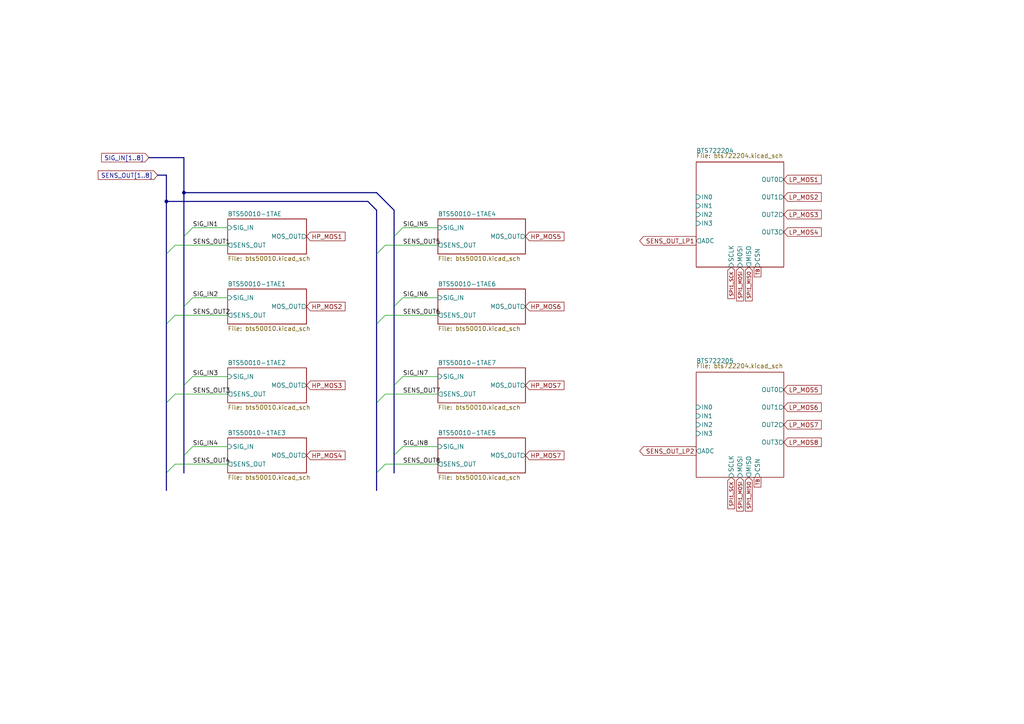
<source format=kicad_sch>
(kicad_sch (version 20211123) (generator eeschema)
  (paper "A4")
  (lib_symbols)
  (junction (at 48.26 58.42))
  (junction (at 53.34 55.88))
  (bus_entry (at 109.22 93.98) (size 2.54 -2.54))
  (bus_entry (at 114.3 88.9) (size 2.54 -2.54))
  (bus_entry (at 114.3 132.08) (size 2.54 -2.54))
  (bus_entry (at 109.22 137.16) (size 2.54 -2.54))
  (bus_entry (at 53.34 88.9) (size 2.54 -2.54))
  (bus_entry (at 109.22 73.66) (size 2.54 -2.54))
  (bus_entry (at 53.34 68.58) (size 2.54 -2.54))
  (bus_entry (at 48.26 73.66) (size 2.54 -2.54))
  (bus_entry (at 48.26 93.98) (size 2.54 -2.54))
  (bus_entry (at 48.26 116.84) (size 2.54 -2.54))
  (bus_entry (at 109.22 116.84) (size 2.54 -2.54))
  (bus_entry (at 114.3 111.76) (size 2.54 -2.54))
  (bus_entry (at 53.34 132.08) (size 2.54 -2.54))
  (bus_entry (at 48.26 137.16) (size 2.54 -2.54))
  (bus_entry (at 53.34 111.76) (size 2.54 -2.54))
  (bus_entry (at 114.3 68.58) (size 2.54 -2.54))
  (bus (pts (xy 106.68 58.42) (xy 109.22 60.96)))
  (wire (pts (xy 50.8 114.3) (xy 66.04 114.3)))
  (bus (pts (xy 114.3 60.96) (xy 114.3 68.58)))
  (wire (pts (xy 50.8 71.12) (xy 66.04 71.12)))
  (wire (pts (xy 55.88 86.36) (xy 66.04 86.36)))
  (bus (pts (xy 109.22 60.96) (xy 109.22 73.66)))
  (bus (pts (xy 48.26 58.42) (xy 106.68 58.42)))
  (bus (pts (xy 114.3 88.9) (xy 114.3 111.76)))
  (wire (pts (xy 116.84 109.22) (xy 127 109.22)))
  (wire (pts (xy 55.88 129.54) (xy 66.04 129.54)))
  (bus (pts (xy 53.34 132.08) (xy 53.34 137.16)))
  (wire (pts (xy 55.88 109.22) (xy 66.04 109.22)))
  (bus (pts (xy 48.26 50.8) (xy 48.26 58.42)))
  (bus (pts (xy 48.26 93.98) (xy 48.26 116.84)))
  (bus (pts (xy 109.22 93.98) (xy 109.22 116.84)))
  (bus (pts (xy 109.22 116.84) (xy 109.22 137.16)))
  (bus (pts (xy 53.34 55.88) (xy 53.34 68.58)))
  (bus (pts (xy 53.34 55.88) (xy 109.22 55.88)))
  (wire (pts (xy 111.76 91.44) (xy 127 91.44)))
  (bus (pts (xy 109.22 137.16) (xy 109.22 142.24)))
  (wire (pts (xy 111.76 114.3) (xy 127 114.3)))
  (wire (pts (xy 116.84 66.04) (xy 127 66.04)))
  (bus (pts (xy 48.26 73.66) (xy 48.26 93.98)))
  (bus (pts (xy 53.34 68.58) (xy 53.34 88.9)))
  (bus (pts (xy 53.34 45.72) (xy 53.34 55.88)))
  (bus (pts (xy 53.34 88.9) (xy 53.34 111.76)))
  (bus (pts (xy 48.26 58.42) (xy 48.26 73.66)))
  (wire (pts (xy 50.8 91.44) (xy 66.04 91.44)))
  (wire (pts (xy 116.84 129.54) (xy 127 129.54)))
  (wire (pts (xy 50.8 134.62) (xy 66.04 134.62)))
  (wire (pts (xy 116.84 86.36) (xy 127 86.36)))
  (bus (pts (xy 48.26 137.16) (xy 48.26 142.24)))
  (bus (pts (xy 109.22 73.66) (xy 109.22 93.98)))
  (wire (pts (xy 111.76 134.62) (xy 127 134.62)))
  (wire (pts (xy 111.76 71.12) (xy 127 71.12)))
  (bus (pts (xy 43.18 45.72) (xy 53.34 45.72)))
  (bus (pts (xy 114.3 68.58) (xy 114.3 88.9)))
  (bus (pts (xy 114.3 111.76) (xy 114.3 132.08)))
  (bus (pts (xy 48.26 116.84) (xy 48.26 137.16)))
  (wire (pts (xy 55.88 66.04) (xy 66.04 66.04)))
  (bus (pts (xy 114.3 132.08) (xy 114.3 137.16)))
  (bus (pts (xy 109.22 55.88) (xy 114.3 60.96)))
  (bus (pts (xy 45.72 50.8) (xy 48.26 50.8)))
  (bus (pts (xy 53.34 111.76) (xy 53.34 132.08)))
  (label "SENS_OUT3" (at 55.88 114.3 0))
  (label "SIG_IN4" (at 55.88 129.54 0))
  (label "SENS_OUT4" (at 55.88 134.62 0))
  (label "SENS_OUT8" (at 116.84 134.62 0))
  (label "SIG_IN7" (at 116.84 109.22 0))
  (label "SIG_IN5" (at 116.84 66.04 0))
  (label "SIG_IN6" (at 116.84 86.36 0))
  (label "SIG_IN2" (at 55.88 86.36 0))
  (label "SENS_OUT1" (at 55.88 71.12 0))
  (label "SENS_OUT6" (at 116.84 91.44 0))
  (label "SENS_OUT7" (at 116.84 114.3 0))
  (label "SIG_IN8" (at 116.84 129.54 0))
  (label "SENS_OUT5" (at 116.84 71.12 0))
  (label "SENS_OUT2" (at 55.88 91.44 0))
  (label "SIG_IN1" (at 55.88 66.04 0))
  (label "SIG_IN3" (at 55.88 109.22 0))
  (global_label "TB" (shape passive) (at 219.71 138.43 270) (effects (font (size 1.016 1.016))) (property "Intersheet References" "${INTERSHEET_REFS}" (effects hide)))
  (global_label "LP_MOS7" (shape input) (at 227.33 123.19 0) (property "Intersheet References" "${INTERSHEET_REFS}" (effects hide)))
  (global_label "HP_MOS7" (shape input) (at 152.4 132.08 0) (property "Intersheet References" "${INTERSHEET_REFS}" (effects hide)))
  (global_label "HP_MOS1" (shape input) (at 88.9 68.58 0) (property "Intersheet References" "${INTERSHEET_REFS}" (effects hide)))
  (global_label "SPI1_SCK" (shape input) (at 212.09 77.47 270) (effects (font (size 1.016 1.016))) (property "Intersheet References" "${INTERSHEET_REFS}" (effects hide)))
  (global_label "LP_MOS1" (shape input) (at 227.33 52.07 0) (property "Intersheet References" "${INTERSHEET_REFS}" (effects hide)))
  (global_label "HP_MOS4" (shape input) (at 88.9 132.08 0) (property "Intersheet References" "${INTERSHEET_REFS}" (effects hide)))
  (global_label "SPI1_SCK" (shape input) (at 212.09 138.43 270) (effects (font (size 1.016 1.016))) (property "Intersheet References" "${INTERSHEET_REFS}" (effects hide)))
  (global_label "SIG_IN[1..8]" (shape input) (at 43.18 45.72 180) (property "Intersheet References" "${INTERSHEET_REFS}" (effects hide)))
  (global_label "LP_MOS3" (shape input) (at 227.33 62.23 0) (property "Intersheet References" "${INTERSHEET_REFS}" (effects hide)))
  (global_label "HP_MOS7" (shape input) (at 152.4 111.76 0) (property "Intersheet References" "${INTERSHEET_REFS}" (effects hide)))
  (global_label "HP_MOS3" (shape input) (at 88.9 111.76 0) (property "Intersheet References" "${INTERSHEET_REFS}" (effects hide)))
  (global_label "SENS_OUT_LP2" (shape output) (at 201.93 130.81 180) (property "Intersheet References" "${INTERSHEET_REFS}" (effects hide)))
  (global_label "LP_MOS8" (shape input) (at 227.33 128.27 0) (property "Intersheet References" "${INTERSHEET_REFS}" (effects hide)))
  (global_label "TB" (shape passive) (at 219.71 77.47 270) (effects (font (size 1.016 1.016))) (property "Intersheet References" "${INTERSHEET_REFS}" (effects hide)))
  (global_label "SENS_OUT_LP1" (shape output) (at 201.93 69.85 180) (property "Intersheet References" "${INTERSHEET_REFS}" (effects hide)))
  (global_label "SPI1_MOSI" (shape input) (at 214.63 77.47 270) (effects (font (size 1.016 1.016))) (property "Intersheet References" "${INTERSHEET_REFS}" (effects hide)))
  (global_label "LP_MOS2" (shape input) (at 227.33 57.15 0) (property "Intersheet References" "${INTERSHEET_REFS}" (effects hide)))
  (global_label "LP_MOS6" (shape input) (at 227.33 118.11 0) (property "Intersheet References" "${INTERSHEET_REFS}" (effects hide)))
  (global_label "LP_MOS5" (shape input) (at 227.33 113.03 0) (property "Intersheet References" "${INTERSHEET_REFS}" (effects hide)))
  (global_label "HP_MOS5" (shape input) (at 152.4 68.58 0) (property "Intersheet References" "${INTERSHEET_REFS}" (effects hide)))
  (global_label "SENS_OUT[1..8]" (shape input) (at 45.72 50.8 180) (property "Intersheet References" "${INTERSHEET_REFS}" (effects hide)))
  (global_label "HP_MOS6" (shape input) (at 152.4 88.9 0) (property "Intersheet References" "${INTERSHEET_REFS}" (effects hide)))
  (global_label "SPI1_MISO" (shape input) (at 217.17 77.47 270) (effects (font (size 1.016 1.016))) (property "Intersheet References" "${INTERSHEET_REFS}" (effects hide)))
  (global_label "HP_MOS2" (shape input) (at 88.9 88.9 0) (property "Intersheet References" "${INTERSHEET_REFS}" (effects hide)))
  (global_label "SPI1_MISO" (shape input) (at 217.17 138.43 270) (effects (font (size 1.016 1.016))) (property "Intersheet References" "${INTERSHEET_REFS}" (effects hide)))
  (global_label "SPI1_MOSI" (shape input) (at 214.63 138.43 270) (effects (font (size 1.016 1.016))) (property "Intersheet References" "${INTERSHEET_REFS}" (effects hide)))
  (global_label "LP_MOS4" (shape input) (at 227.33 67.31 0) (property "Intersheet References" "${INTERSHEET_REFS}" (effects hide)))
  (sheet (at 66.04 106.68) (size 22.86 10.16) (stroke (width 0.1524))
    (property "Sheet name" "BTS50010-1TAE2" (at 66.04 105.9684 0) (effects (justify left bottom)))
    (property "Sheet file" "bts50010.kicad_sch" (at 66.04 117.4246 0) (effects (justify left top)))
    (pin "MOS_OUT" output (at 88.9 111.76 0))
    (pin "SENS_OUT" output (at 66.04 114.3 180))
    (pin "SIG_IN" input (at 66.04 109.22 180))
  )
  (sheet (at 66.04 63.5) (size 22.86 10.16) (stroke (width 0.1524))
    (property "Sheet name" "BTS50010-1TAE" (at 66.04 62.7884 0) (effects (justify left bottom)))
    (property "Sheet file" "bts50010.kicad_sch" (at 66.04 74.2446 0) (effects (justify left top)))
    (pin "MOS_OUT" output (at 88.9 68.58 0))
    (pin "SENS_OUT" output (at 66.04 71.12 180))
    (pin "SIG_IN" input (at 66.04 66.04 180))
  )
  (sheet (at 201.93 46.99) (size 25.4 30.48) (stroke (width 0.1524))
    (property "Sheet name" "BTS722204" (at 201.93 44.45 0) (effects (justify left bottom)))
    (property "Sheet file" "bts722204.kicad_sch" (at 201.93 44.45 0) (effects (justify left top)))
    (pin "ADC" output (at 201.93 69.85 180))
    (pin "IN2" input (at 201.93 62.23 180))
    (pin "IN3" input (at 201.93 64.77 180))
    (pin "IN1" input (at 201.93 59.69 180))
    (pin "IN0" input (at 201.93 57.15 180))
    (pin "MISO" output (at 217.17 77.47 270))
    (pin "CSN" input (at 219.71 77.47 270))
    (pin "MOSI" input (at 214.63 77.47 270))
    (pin "SCLK" input (at 212.09 77.47 270))
    (pin "OUT0" output (at 227.33 52.07 0))
    (pin "OUT1" output (at 227.33 57.15 0))
    (pin "OUT3" output (at 227.33 67.31 0))
    (pin "OUT2" output (at 227.33 62.23 0))
  )
  (sheet (at 201.93 107.95) (size 25.4 30.48) (stroke (width 0.1524))
    (property "Sheet name" "BTS722205" (at 201.93 105.41 0) (effects (justify left bottom)))
    (property "Sheet file" "bts722204.kicad_sch" (at 201.93 105.41 0) (effects (justify left top)))
    (pin "ADC" output (at 201.93 130.81 180))
    (pin "IN2" input (at 201.93 123.19 180))
    (pin "IN3" input (at 201.93 125.73 180))
    (pin "IN1" input (at 201.93 120.65 180))
    (pin "IN0" input (at 201.93 118.11 180))
    (pin "MISO" output (at 217.17 138.43 270))
    (pin "CSN" input (at 219.71 138.43 270))
    (pin "MOSI" input (at 214.63 138.43 270))
    (pin "SCLK" input (at 212.09 138.43 270))
    (pin "OUT0" output (at 227.33 113.03 0))
    (pin "OUT1" output (at 227.33 118.11 0))
    (pin "OUT3" output (at 227.33 128.27 0))
    (pin "OUT2" output (at 227.33 123.19 0))
  )
  (sheet (at 66.04 127) (size 22.86 10.16) (stroke (width 0.1524))
    (property "Sheet name" "BTS50010-1TAE3" (at 66.04 126.2884 0) (effects (justify left bottom)))
    (property "Sheet file" "bts50010.kicad_sch" (at 66.04 137.7446 0) (effects (justify left top)))
    (pin "MOS_OUT" output (at 88.9 132.08 0))
    (pin "SENS_OUT" output (at 66.04 134.62 180))
    (pin "SIG_IN" input (at 66.04 129.54 180))
  )
  (sheet (at 127 83.82) (size 25.4 10.16) (stroke (width 0.1524))
    (property "Sheet name" "BTS50010-1TAE6" (at 127 83.1084 0) (effects (justify left bottom)))
    (property "Sheet file" "bts50010.kicad_sch" (at 127 94.5646 0) (effects (justify left top)))
    (pin "MOS_OUT" output (at 152.4 88.9 0))
    (pin "SENS_OUT" output (at 127 91.44 180))
    (pin "SIG_IN" input (at 127 86.36 180))
  )
  (sheet (at 127 63.5) (size 25.4 10.16) (stroke (width 0.1524))
    (property "Sheet name" "BTS50010-1TAE4" (at 127 62.7884 0) (effects (justify left bottom)))
    (property "Sheet file" "bts50010.kicad_sch" (at 127 74.2446 0) (effects (justify left top)))
    (pin "MOS_OUT" output (at 152.4 68.58 0))
    (pin "SENS_OUT" output (at 127 71.12 180))
    (pin "SIG_IN" input (at 127 66.04 180))
  )
  (sheet (at 127 106.68) (size 25.4 10.16) (stroke (width 0.1524))
    (property "Sheet name" "BTS50010-1TAE7" (at 127 105.9684 0) (effects (justify left bottom)))
    (property "Sheet file" "bts50010.kicad_sch" (at 127 117.4246 0) (effects (justify left top)))
    (pin "MOS_OUT" output (at 152.4 111.76 0))
    (pin "SENS_OUT" output (at 127 114.3 180))
    (pin "SIG_IN" input (at 127 109.22 180))
  )
  (sheet (at 66.04 83.82) (size 22.86 10.16) (stroke (width 0.1524))
    (property "Sheet name" "BTS50010-1TAE1" (at 66.04 83.1084 0) (effects (justify left bottom)))
    (property "Sheet file" "bts50010.kicad_sch" (at 66.04 94.5646 0) (effects (justify left top)))
    (pin "MOS_OUT" output (at 88.9 88.9 0))
    (pin "SENS_OUT" output (at 66.04 91.44 180))
    (pin "SIG_IN" input (at 66.04 86.36 180))
  )
  (sheet (at 127 127) (size 25.4 10.16) (stroke (width 0.1524))
    (property "Sheet name" "BTS50010-1TAE5" (at 127 126.2884 0) (effects (justify left bottom)))
    (property "Sheet file" "bts50010.kicad_sch" (at 127 137.7446 0) (effects (justify left top)))
    (pin "MOS_OUT" output (at 152.4 132.08 0))
    (pin "SENS_OUT" output (at 127 134.62 180))
    (pin "SIG_IN" input (at 127 129.54 180))
  )
)
</source>
